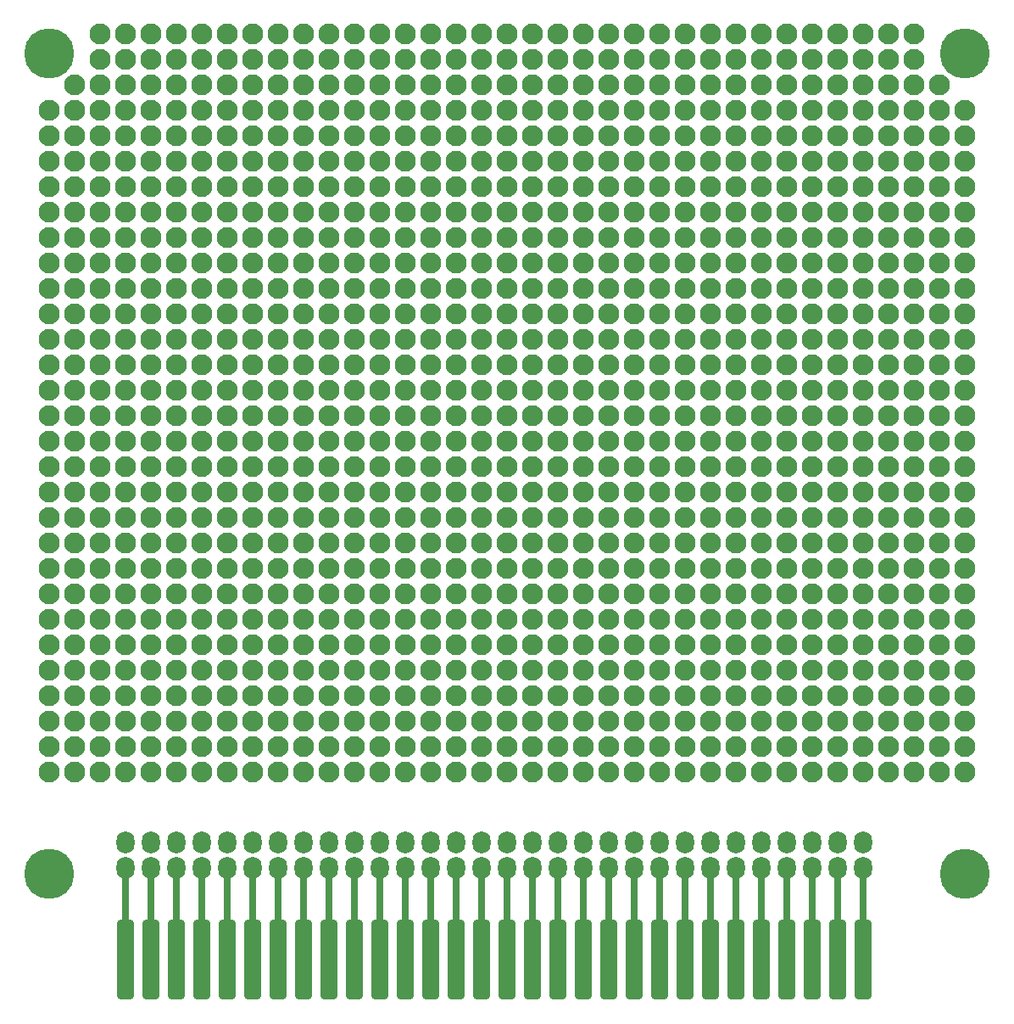
<source format=gtl>
G04 #@! TF.GenerationSoftware,KiCad,Pcbnew,6.0.11-2627ca5db0~126~ubuntu20.04.1*
G04 #@! TF.CreationDate,2023-08-10T13:47:57+05:00*
G04 #@! TF.ProjectId,zx_01,7a785f30-312e-46b6-9963-61645f706362,rev?*
G04 #@! TF.SameCoordinates,Original*
G04 #@! TF.FileFunction,Copper,L1,Top*
G04 #@! TF.FilePolarity,Positive*
%FSLAX46Y46*%
G04 Gerber Fmt 4.6, Leading zero omitted, Abs format (unit mm)*
G04 Created by KiCad (PCBNEW 6.0.11-2627ca5db0~126~ubuntu20.04.1) date 2023-08-10 13:47:57*
%MOMM*%
%LPD*%
G01*
G04 APERTURE LIST*
G04 Aperture macros list*
%AMRoundRect*
0 Rectangle with rounded corners*
0 $1 Rounding radius*
0 $2 $3 $4 $5 $6 $7 $8 $9 X,Y pos of 4 corners*
0 Add a 4 corners polygon primitive as box body*
4,1,4,$2,$3,$4,$5,$6,$7,$8,$9,$2,$3,0*
0 Add four circle primitives for the rounded corners*
1,1,$1+$1,$2,$3*
1,1,$1+$1,$4,$5*
1,1,$1+$1,$6,$7*
1,1,$1+$1,$8,$9*
0 Add four rect primitives between the rounded corners*
20,1,$1+$1,$2,$3,$4,$5,0*
20,1,$1+$1,$4,$5,$6,$7,0*
20,1,$1+$1,$6,$7,$8,$9,0*
20,1,$1+$1,$8,$9,$2,$3,0*%
G04 Aperture macros list end*
G04 #@! TA.AperFunction,ComponentPad*
%ADD10C,2.100000*%
G04 #@! TD*
G04 #@! TA.AperFunction,ComponentPad*
%ADD11C,5.000000*%
G04 #@! TD*
G04 #@! TA.AperFunction,ComponentPad*
%ADD12O,1.800000X2.250000*%
G04 #@! TD*
G04 #@! TA.AperFunction,SMDPad,CuDef*
%ADD13RoundRect,0.425000X0.425000X-3.575000X0.425000X3.575000X-0.425000X3.575000X-0.425000X-3.575000X0*%
G04 #@! TD*
G04 #@! TA.AperFunction,Conductor*
%ADD14C,0.700000*%
G04 #@! TD*
G04 APERTURE END LIST*
D10*
X46355000Y-67945000D03*
X48895000Y-67945000D03*
X51435000Y-67945000D03*
X53975000Y-67945000D03*
X56515000Y-67945000D03*
X59055000Y-67945000D03*
X61595000Y-67945000D03*
X64135000Y-67945000D03*
X66675000Y-67945000D03*
X69215000Y-67945000D03*
X71755000Y-67945000D03*
X74295000Y-67945000D03*
X76835000Y-67945000D03*
X79375000Y-67945000D03*
X81915000Y-67945000D03*
X84455000Y-67945000D03*
X86995000Y-67945000D03*
X89535000Y-67945000D03*
X92075000Y-67945000D03*
X94615000Y-67945000D03*
X97155000Y-67945000D03*
X99695000Y-67945000D03*
X102235000Y-67945000D03*
X104775000Y-67945000D03*
X107315000Y-67945000D03*
X109855000Y-67945000D03*
X112395000Y-67945000D03*
X114935000Y-67945000D03*
X117475000Y-67945000D03*
X120015000Y-67945000D03*
X122555000Y-67945000D03*
X125095000Y-67945000D03*
X127635000Y-67945000D03*
X130175000Y-67945000D03*
X132715000Y-67945000D03*
X135255000Y-67945000D03*
X137795000Y-67945000D03*
X46355000Y-103505000D03*
X48895000Y-103505000D03*
X51435000Y-103505000D03*
X53975000Y-103505000D03*
X56515000Y-103505000D03*
X59055000Y-103505000D03*
X61595000Y-103505000D03*
X64135000Y-103505000D03*
X66675000Y-103505000D03*
X69215000Y-103505000D03*
X71755000Y-103505000D03*
X74295000Y-103505000D03*
X76835000Y-103505000D03*
X79375000Y-103505000D03*
X81915000Y-103505000D03*
X84455000Y-103505000D03*
X86995000Y-103505000D03*
X89535000Y-103505000D03*
X92075000Y-103505000D03*
X94615000Y-103505000D03*
X97155000Y-103505000D03*
X99695000Y-103505000D03*
X102235000Y-103505000D03*
X104775000Y-103505000D03*
X107315000Y-103505000D03*
X109855000Y-103505000D03*
X112395000Y-103505000D03*
X114935000Y-103505000D03*
X117475000Y-103505000D03*
X120015000Y-103505000D03*
X122555000Y-103505000D03*
X125095000Y-103505000D03*
X127635000Y-103505000D03*
X130175000Y-103505000D03*
X132715000Y-103505000D03*
X135255000Y-103505000D03*
X137795000Y-103505000D03*
X51435000Y-55245000D03*
X53975000Y-55245000D03*
X56515000Y-55245000D03*
X59055000Y-55245000D03*
X61595000Y-55245000D03*
X64135000Y-55245000D03*
X66675000Y-55245000D03*
X69215000Y-55245000D03*
X71755000Y-55245000D03*
X74295000Y-55245000D03*
X76835000Y-55245000D03*
X79375000Y-55245000D03*
X81915000Y-55245000D03*
X84455000Y-55245000D03*
X86995000Y-55245000D03*
X89535000Y-55245000D03*
X92075000Y-55245000D03*
X94615000Y-55245000D03*
X97155000Y-55245000D03*
X99695000Y-55245000D03*
X102235000Y-55245000D03*
X104775000Y-55245000D03*
X107315000Y-55245000D03*
X109855000Y-55245000D03*
X112395000Y-55245000D03*
X114935000Y-55245000D03*
X117475000Y-55245000D03*
X120015000Y-55245000D03*
X122555000Y-55245000D03*
X125095000Y-55245000D03*
X127635000Y-55245000D03*
X130175000Y-55245000D03*
X132715000Y-55245000D03*
X46355000Y-78105000D03*
X48895000Y-78105000D03*
X51435000Y-78105000D03*
X53975000Y-78105000D03*
X56515000Y-78105000D03*
X59055000Y-78105000D03*
X61595000Y-78105000D03*
X64135000Y-78105000D03*
X66675000Y-78105000D03*
X69215000Y-78105000D03*
X71755000Y-78105000D03*
X74295000Y-78105000D03*
X76835000Y-78105000D03*
X79375000Y-78105000D03*
X81915000Y-78105000D03*
X84455000Y-78105000D03*
X86995000Y-78105000D03*
X89535000Y-78105000D03*
X92075000Y-78105000D03*
X94615000Y-78105000D03*
X97155000Y-78105000D03*
X99695000Y-78105000D03*
X102235000Y-78105000D03*
X104775000Y-78105000D03*
X107315000Y-78105000D03*
X109855000Y-78105000D03*
X112395000Y-78105000D03*
X114935000Y-78105000D03*
X117475000Y-78105000D03*
X120015000Y-78105000D03*
X122555000Y-78105000D03*
X125095000Y-78105000D03*
X127635000Y-78105000D03*
X130175000Y-78105000D03*
X132715000Y-78105000D03*
X135255000Y-78105000D03*
X137795000Y-78105000D03*
X46355000Y-100965000D03*
X48895000Y-100965000D03*
X51435000Y-100965000D03*
X53975000Y-100965000D03*
X56515000Y-100965000D03*
X59055000Y-100965000D03*
X61595000Y-100965000D03*
X64135000Y-100965000D03*
X66675000Y-100965000D03*
X69215000Y-100965000D03*
X71755000Y-100965000D03*
X74295000Y-100965000D03*
X76835000Y-100965000D03*
X79375000Y-100965000D03*
X81915000Y-100965000D03*
X84455000Y-100965000D03*
X86995000Y-100965000D03*
X89535000Y-100965000D03*
X92075000Y-100965000D03*
X94615000Y-100965000D03*
X97155000Y-100965000D03*
X99695000Y-100965000D03*
X102235000Y-100965000D03*
X104775000Y-100965000D03*
X107315000Y-100965000D03*
X109855000Y-100965000D03*
X112395000Y-100965000D03*
X114935000Y-100965000D03*
X117475000Y-100965000D03*
X120015000Y-100965000D03*
X122555000Y-100965000D03*
X125095000Y-100965000D03*
X127635000Y-100965000D03*
X130175000Y-100965000D03*
X132715000Y-100965000D03*
X135255000Y-100965000D03*
X137795000Y-100965000D03*
X46355000Y-116205000D03*
X48895000Y-116205000D03*
X51435000Y-116205000D03*
X53975000Y-116205000D03*
X56515000Y-116205000D03*
X59055000Y-116205000D03*
X61595000Y-116205000D03*
X64135000Y-116205000D03*
X66675000Y-116205000D03*
X69215000Y-116205000D03*
X71755000Y-116205000D03*
X74295000Y-116205000D03*
X76835000Y-116205000D03*
X79375000Y-116205000D03*
X81915000Y-116205000D03*
X84455000Y-116205000D03*
X86995000Y-116205000D03*
X89535000Y-116205000D03*
X92075000Y-116205000D03*
X94615000Y-116205000D03*
X97155000Y-116205000D03*
X99695000Y-116205000D03*
X102235000Y-116205000D03*
X104775000Y-116205000D03*
X107315000Y-116205000D03*
X109855000Y-116205000D03*
X112395000Y-116205000D03*
X114935000Y-116205000D03*
X117475000Y-116205000D03*
X120015000Y-116205000D03*
X122555000Y-116205000D03*
X125095000Y-116205000D03*
X127635000Y-116205000D03*
X130175000Y-116205000D03*
X132715000Y-116205000D03*
X135255000Y-116205000D03*
X137795000Y-116205000D03*
X46355000Y-93345000D03*
X48895000Y-93345000D03*
X51435000Y-93345000D03*
X53975000Y-93345000D03*
X56515000Y-93345000D03*
X59055000Y-93345000D03*
X61595000Y-93345000D03*
X64135000Y-93345000D03*
X66675000Y-93345000D03*
X69215000Y-93345000D03*
X71755000Y-93345000D03*
X74295000Y-93345000D03*
X76835000Y-93345000D03*
X79375000Y-93345000D03*
X81915000Y-93345000D03*
X84455000Y-93345000D03*
X86995000Y-93345000D03*
X89535000Y-93345000D03*
X92075000Y-93345000D03*
X94615000Y-93345000D03*
X97155000Y-93345000D03*
X99695000Y-93345000D03*
X102235000Y-93345000D03*
X104775000Y-93345000D03*
X107315000Y-93345000D03*
X109855000Y-93345000D03*
X112395000Y-93345000D03*
X114935000Y-93345000D03*
X117475000Y-93345000D03*
X120015000Y-93345000D03*
X122555000Y-93345000D03*
X125095000Y-93345000D03*
X127635000Y-93345000D03*
X130175000Y-93345000D03*
X132715000Y-93345000D03*
X135255000Y-93345000D03*
X137795000Y-93345000D03*
X46355000Y-121285000D03*
X48895000Y-121285000D03*
X51435000Y-121285000D03*
X53975000Y-121285000D03*
X56515000Y-121285000D03*
X59055000Y-121285000D03*
X61595000Y-121285000D03*
X64135000Y-121285000D03*
X66675000Y-121285000D03*
X69215000Y-121285000D03*
X71755000Y-121285000D03*
X74295000Y-121285000D03*
X76835000Y-121285000D03*
X79375000Y-121285000D03*
X81915000Y-121285000D03*
X84455000Y-121285000D03*
X86995000Y-121285000D03*
X89535000Y-121285000D03*
X92075000Y-121285000D03*
X94615000Y-121285000D03*
X97155000Y-121285000D03*
X99695000Y-121285000D03*
X102235000Y-121285000D03*
X104775000Y-121285000D03*
X107315000Y-121285000D03*
X109855000Y-121285000D03*
X112395000Y-121285000D03*
X114935000Y-121285000D03*
X117475000Y-121285000D03*
X120015000Y-121285000D03*
X122555000Y-121285000D03*
X125095000Y-121285000D03*
X127635000Y-121285000D03*
X130175000Y-121285000D03*
X132715000Y-121285000D03*
X135255000Y-121285000D03*
X137795000Y-121285000D03*
X46355000Y-106045000D03*
X48895000Y-106045000D03*
X51435000Y-106045000D03*
X53975000Y-106045000D03*
X56515000Y-106045000D03*
X59055000Y-106045000D03*
X61595000Y-106045000D03*
X64135000Y-106045000D03*
X66675000Y-106045000D03*
X69215000Y-106045000D03*
X71755000Y-106045000D03*
X74295000Y-106045000D03*
X76835000Y-106045000D03*
X79375000Y-106045000D03*
X81915000Y-106045000D03*
X84455000Y-106045000D03*
X86995000Y-106045000D03*
X89535000Y-106045000D03*
X92075000Y-106045000D03*
X94615000Y-106045000D03*
X97155000Y-106045000D03*
X99695000Y-106045000D03*
X102235000Y-106045000D03*
X104775000Y-106045000D03*
X107315000Y-106045000D03*
X109855000Y-106045000D03*
X112395000Y-106045000D03*
X114935000Y-106045000D03*
X117475000Y-106045000D03*
X120015000Y-106045000D03*
X122555000Y-106045000D03*
X125095000Y-106045000D03*
X127635000Y-106045000D03*
X130175000Y-106045000D03*
X132715000Y-106045000D03*
X135255000Y-106045000D03*
X137795000Y-106045000D03*
X46355000Y-113665000D03*
X48895000Y-113665000D03*
X51435000Y-113665000D03*
X53975000Y-113665000D03*
X56515000Y-113665000D03*
X59055000Y-113665000D03*
X61595000Y-113665000D03*
X64135000Y-113665000D03*
X66675000Y-113665000D03*
X69215000Y-113665000D03*
X71755000Y-113665000D03*
X74295000Y-113665000D03*
X76835000Y-113665000D03*
X79375000Y-113665000D03*
X81915000Y-113665000D03*
X84455000Y-113665000D03*
X86995000Y-113665000D03*
X89535000Y-113665000D03*
X92075000Y-113665000D03*
X94615000Y-113665000D03*
X97155000Y-113665000D03*
X99695000Y-113665000D03*
X102235000Y-113665000D03*
X104775000Y-113665000D03*
X107315000Y-113665000D03*
X109855000Y-113665000D03*
X112395000Y-113665000D03*
X114935000Y-113665000D03*
X117475000Y-113665000D03*
X120015000Y-113665000D03*
X122555000Y-113665000D03*
X125095000Y-113665000D03*
X127635000Y-113665000D03*
X130175000Y-113665000D03*
X132715000Y-113665000D03*
X135255000Y-113665000D03*
X137795000Y-113665000D03*
X46355000Y-123825000D03*
X48895000Y-123825000D03*
X51435000Y-123825000D03*
X53975000Y-123825000D03*
X56515000Y-123825000D03*
X59055000Y-123825000D03*
X61595000Y-123825000D03*
X64135000Y-123825000D03*
X66675000Y-123825000D03*
X69215000Y-123825000D03*
X71755000Y-123825000D03*
X74295000Y-123825000D03*
X76835000Y-123825000D03*
X79375000Y-123825000D03*
X81915000Y-123825000D03*
X84455000Y-123825000D03*
X86995000Y-123825000D03*
X89535000Y-123825000D03*
X92075000Y-123825000D03*
X94615000Y-123825000D03*
X97155000Y-123825000D03*
X99695000Y-123825000D03*
X102235000Y-123825000D03*
X104775000Y-123825000D03*
X107315000Y-123825000D03*
X109855000Y-123825000D03*
X112395000Y-123825000D03*
X114935000Y-123825000D03*
X117475000Y-123825000D03*
X120015000Y-123825000D03*
X122555000Y-123825000D03*
X125095000Y-123825000D03*
X127635000Y-123825000D03*
X130175000Y-123825000D03*
X132715000Y-123825000D03*
X135255000Y-123825000D03*
X137795000Y-123825000D03*
D11*
X46355000Y-54610000D03*
D10*
X46355000Y-111125000D03*
X48895000Y-111125000D03*
X51435000Y-111125000D03*
X53975000Y-111125000D03*
X56515000Y-111125000D03*
X59055000Y-111125000D03*
X61595000Y-111125000D03*
X64135000Y-111125000D03*
X66675000Y-111125000D03*
X69215000Y-111125000D03*
X71755000Y-111125000D03*
X74295000Y-111125000D03*
X76835000Y-111125000D03*
X79375000Y-111125000D03*
X81915000Y-111125000D03*
X84455000Y-111125000D03*
X86995000Y-111125000D03*
X89535000Y-111125000D03*
X92075000Y-111125000D03*
X94615000Y-111125000D03*
X97155000Y-111125000D03*
X99695000Y-111125000D03*
X102235000Y-111125000D03*
X104775000Y-111125000D03*
X107315000Y-111125000D03*
X109855000Y-111125000D03*
X112395000Y-111125000D03*
X114935000Y-111125000D03*
X117475000Y-111125000D03*
X120015000Y-111125000D03*
X122555000Y-111125000D03*
X125095000Y-111125000D03*
X127635000Y-111125000D03*
X130175000Y-111125000D03*
X132715000Y-111125000D03*
X135255000Y-111125000D03*
X137795000Y-111125000D03*
X46355000Y-88265000D03*
X48895000Y-88265000D03*
X51435000Y-88265000D03*
X53975000Y-88265000D03*
X56515000Y-88265000D03*
X59055000Y-88265000D03*
X61595000Y-88265000D03*
X64135000Y-88265000D03*
X66675000Y-88265000D03*
X69215000Y-88265000D03*
X71755000Y-88265000D03*
X74295000Y-88265000D03*
X76835000Y-88265000D03*
X79375000Y-88265000D03*
X81915000Y-88265000D03*
X84455000Y-88265000D03*
X86995000Y-88265000D03*
X89535000Y-88265000D03*
X92075000Y-88265000D03*
X94615000Y-88265000D03*
X97155000Y-88265000D03*
X99695000Y-88265000D03*
X102235000Y-88265000D03*
X104775000Y-88265000D03*
X107315000Y-88265000D03*
X109855000Y-88265000D03*
X112395000Y-88265000D03*
X114935000Y-88265000D03*
X117475000Y-88265000D03*
X120015000Y-88265000D03*
X122555000Y-88265000D03*
X125095000Y-88265000D03*
X127635000Y-88265000D03*
X130175000Y-88265000D03*
X132715000Y-88265000D03*
X135255000Y-88265000D03*
X137795000Y-88265000D03*
X48895000Y-57785000D03*
X51435000Y-57785000D03*
X53975000Y-57785000D03*
X56515000Y-57785000D03*
X59055000Y-57785000D03*
X61595000Y-57785000D03*
X64135000Y-57785000D03*
X66675000Y-57785000D03*
X69215000Y-57785000D03*
X71755000Y-57785000D03*
X74295000Y-57785000D03*
X76835000Y-57785000D03*
X79375000Y-57785000D03*
X81915000Y-57785000D03*
X84455000Y-57785000D03*
X86995000Y-57785000D03*
X89535000Y-57785000D03*
X92075000Y-57785000D03*
X94615000Y-57785000D03*
X97155000Y-57785000D03*
X99695000Y-57785000D03*
X102235000Y-57785000D03*
X104775000Y-57785000D03*
X107315000Y-57785000D03*
X109855000Y-57785000D03*
X112395000Y-57785000D03*
X114935000Y-57785000D03*
X117475000Y-57785000D03*
X120015000Y-57785000D03*
X122555000Y-57785000D03*
X125095000Y-57785000D03*
X127635000Y-57785000D03*
X130175000Y-57785000D03*
X132715000Y-57785000D03*
X135255000Y-57785000D03*
D12*
X53975000Y-133350000D03*
X53975000Y-135890000D03*
X56515000Y-133350000D03*
X56515000Y-135890000D03*
X59055000Y-133350000D03*
X59055000Y-135890000D03*
X61595000Y-133350000D03*
X61595000Y-135890000D03*
X64135000Y-133350000D03*
X64135000Y-135890000D03*
X66675000Y-133350000D03*
X66675000Y-135890000D03*
X69215000Y-133350000D03*
X69215000Y-135890000D03*
X71755000Y-133350000D03*
X71755000Y-135890000D03*
X74295000Y-133350000D03*
X74295000Y-135890000D03*
X76835000Y-133350000D03*
X76835000Y-135890000D03*
X79375000Y-133350000D03*
X79375000Y-135890000D03*
X81915000Y-133350000D03*
X81915000Y-135890000D03*
X84455000Y-133350000D03*
X84455000Y-135890000D03*
X86995000Y-133350000D03*
X86995000Y-135890000D03*
X89535000Y-133350000D03*
X89535000Y-135890000D03*
X92075000Y-133350000D03*
X92075000Y-135890000D03*
X94615000Y-133350000D03*
X94615000Y-135890000D03*
X97155000Y-133350000D03*
X97155000Y-135890000D03*
X99695000Y-133350000D03*
X99695000Y-135890000D03*
X102235000Y-133350000D03*
X102235000Y-135890000D03*
X104775000Y-133350000D03*
X104775000Y-135890000D03*
X107315000Y-133350000D03*
X107315000Y-135890000D03*
X109855000Y-133350000D03*
X109855000Y-135890000D03*
X112395000Y-133350000D03*
X112395000Y-135890000D03*
X114935000Y-133350000D03*
X114935000Y-135890000D03*
X117475000Y-133350000D03*
X117475000Y-135890000D03*
X120015000Y-133350000D03*
X120015000Y-135890000D03*
X122555000Y-133350000D03*
X122555000Y-135890000D03*
X125095000Y-133350000D03*
X125095000Y-135890000D03*
X127635000Y-133350000D03*
X127635000Y-135890000D03*
D10*
X46355000Y-118745000D03*
X48895000Y-118745000D03*
X51435000Y-118745000D03*
X53975000Y-118745000D03*
X56515000Y-118745000D03*
X59055000Y-118745000D03*
X61595000Y-118745000D03*
X64135000Y-118745000D03*
X66675000Y-118745000D03*
X69215000Y-118745000D03*
X71755000Y-118745000D03*
X74295000Y-118745000D03*
X76835000Y-118745000D03*
X79375000Y-118745000D03*
X81915000Y-118745000D03*
X84455000Y-118745000D03*
X86995000Y-118745000D03*
X89535000Y-118745000D03*
X92075000Y-118745000D03*
X94615000Y-118745000D03*
X97155000Y-118745000D03*
X99695000Y-118745000D03*
X102235000Y-118745000D03*
X104775000Y-118745000D03*
X107315000Y-118745000D03*
X109855000Y-118745000D03*
X112395000Y-118745000D03*
X114935000Y-118745000D03*
X117475000Y-118745000D03*
X120015000Y-118745000D03*
X122555000Y-118745000D03*
X125095000Y-118745000D03*
X127635000Y-118745000D03*
X130175000Y-118745000D03*
X132715000Y-118745000D03*
X135255000Y-118745000D03*
X137795000Y-118745000D03*
X46355000Y-60325000D03*
X48895000Y-60325000D03*
X51435000Y-60325000D03*
X53975000Y-60325000D03*
X56515000Y-60325000D03*
X59055000Y-60325000D03*
X61595000Y-60325000D03*
X64135000Y-60325000D03*
X66675000Y-60325000D03*
X69215000Y-60325000D03*
X71755000Y-60325000D03*
X74295000Y-60325000D03*
X76835000Y-60325000D03*
X79375000Y-60325000D03*
X81915000Y-60325000D03*
X84455000Y-60325000D03*
X86995000Y-60325000D03*
X89535000Y-60325000D03*
X92075000Y-60325000D03*
X94615000Y-60325000D03*
X97155000Y-60325000D03*
X99695000Y-60325000D03*
X102235000Y-60325000D03*
X104775000Y-60325000D03*
X107315000Y-60325000D03*
X109855000Y-60325000D03*
X112395000Y-60325000D03*
X114935000Y-60325000D03*
X117475000Y-60325000D03*
X120015000Y-60325000D03*
X122555000Y-60325000D03*
X125095000Y-60325000D03*
X127635000Y-60325000D03*
X130175000Y-60325000D03*
X132715000Y-60325000D03*
X135255000Y-60325000D03*
X137795000Y-60325000D03*
X51435000Y-52705000D03*
X53975000Y-52705000D03*
X56515000Y-52705000D03*
X59055000Y-52705000D03*
X61595000Y-52705000D03*
X64135000Y-52705000D03*
X66675000Y-52705000D03*
X69215000Y-52705000D03*
X71755000Y-52705000D03*
X74295000Y-52705000D03*
X76835000Y-52705000D03*
X79375000Y-52705000D03*
X81915000Y-52705000D03*
X84455000Y-52705000D03*
X86995000Y-52705000D03*
X89535000Y-52705000D03*
X92075000Y-52705000D03*
X94615000Y-52705000D03*
X97155000Y-52705000D03*
X99695000Y-52705000D03*
X102235000Y-52705000D03*
X104775000Y-52705000D03*
X107315000Y-52705000D03*
X109855000Y-52705000D03*
X112395000Y-52705000D03*
X114935000Y-52705000D03*
X117475000Y-52705000D03*
X120015000Y-52705000D03*
X122555000Y-52705000D03*
X125095000Y-52705000D03*
X127635000Y-52705000D03*
X130175000Y-52705000D03*
X132715000Y-52705000D03*
D13*
X53975000Y-145034000D03*
X56515000Y-145034000D03*
X59055000Y-145034000D03*
X61595000Y-145034000D03*
X64135000Y-145034000D03*
X66675000Y-145034000D03*
X69215000Y-145034000D03*
X71755000Y-145034000D03*
X74295000Y-145034000D03*
X76835000Y-145034000D03*
X79375000Y-145034000D03*
X81915000Y-145034000D03*
X84455000Y-145034000D03*
X86995000Y-145034000D03*
X89535000Y-145034000D03*
X92075000Y-145034000D03*
X94615000Y-145034000D03*
X97155000Y-145034000D03*
X99695000Y-145034000D03*
X102235000Y-145034000D03*
X104775000Y-145034000D03*
X107315000Y-145034000D03*
X109855000Y-145034000D03*
X112395000Y-145034000D03*
X114935000Y-145034000D03*
X117475000Y-145034000D03*
X120015000Y-145034000D03*
X122555000Y-145034000D03*
X125095000Y-145034000D03*
X127635000Y-145034000D03*
D10*
X46355000Y-73025000D03*
X48895000Y-73025000D03*
X51435000Y-73025000D03*
X53975000Y-73025000D03*
X56515000Y-73025000D03*
X59055000Y-73025000D03*
X61595000Y-73025000D03*
X64135000Y-73025000D03*
X66675000Y-73025000D03*
X69215000Y-73025000D03*
X71755000Y-73025000D03*
X74295000Y-73025000D03*
X76835000Y-73025000D03*
X79375000Y-73025000D03*
X81915000Y-73025000D03*
X84455000Y-73025000D03*
X86995000Y-73025000D03*
X89535000Y-73025000D03*
X92075000Y-73025000D03*
X94615000Y-73025000D03*
X97155000Y-73025000D03*
X99695000Y-73025000D03*
X102235000Y-73025000D03*
X104775000Y-73025000D03*
X107315000Y-73025000D03*
X109855000Y-73025000D03*
X112395000Y-73025000D03*
X114935000Y-73025000D03*
X117475000Y-73025000D03*
X120015000Y-73025000D03*
X122555000Y-73025000D03*
X125095000Y-73025000D03*
X127635000Y-73025000D03*
X130175000Y-73025000D03*
X132715000Y-73025000D03*
X135255000Y-73025000D03*
X137795000Y-73025000D03*
X46355000Y-65405000D03*
X48895000Y-65405000D03*
X51435000Y-65405000D03*
X53975000Y-65405000D03*
X56515000Y-65405000D03*
X59055000Y-65405000D03*
X61595000Y-65405000D03*
X64135000Y-65405000D03*
X66675000Y-65405000D03*
X69215000Y-65405000D03*
X71755000Y-65405000D03*
X74295000Y-65405000D03*
X76835000Y-65405000D03*
X79375000Y-65405000D03*
X81915000Y-65405000D03*
X84455000Y-65405000D03*
X86995000Y-65405000D03*
X89535000Y-65405000D03*
X92075000Y-65405000D03*
X94615000Y-65405000D03*
X97155000Y-65405000D03*
X99695000Y-65405000D03*
X102235000Y-65405000D03*
X104775000Y-65405000D03*
X107315000Y-65405000D03*
X109855000Y-65405000D03*
X112395000Y-65405000D03*
X114935000Y-65405000D03*
X117475000Y-65405000D03*
X120015000Y-65405000D03*
X122555000Y-65405000D03*
X125095000Y-65405000D03*
X127635000Y-65405000D03*
X130175000Y-65405000D03*
X132715000Y-65405000D03*
X135255000Y-65405000D03*
X137795000Y-65405000D03*
X46355000Y-90805000D03*
X48895000Y-90805000D03*
X51435000Y-90805000D03*
X53975000Y-90805000D03*
X56515000Y-90805000D03*
X59055000Y-90805000D03*
X61595000Y-90805000D03*
X64135000Y-90805000D03*
X66675000Y-90805000D03*
X69215000Y-90805000D03*
X71755000Y-90805000D03*
X74295000Y-90805000D03*
X76835000Y-90805000D03*
X79375000Y-90805000D03*
X81915000Y-90805000D03*
X84455000Y-90805000D03*
X86995000Y-90805000D03*
X89535000Y-90805000D03*
X92075000Y-90805000D03*
X94615000Y-90805000D03*
X97155000Y-90805000D03*
X99695000Y-90805000D03*
X102235000Y-90805000D03*
X104775000Y-90805000D03*
X107315000Y-90805000D03*
X109855000Y-90805000D03*
X112395000Y-90805000D03*
X114935000Y-90805000D03*
X117475000Y-90805000D03*
X120015000Y-90805000D03*
X122555000Y-90805000D03*
X125095000Y-90805000D03*
X127635000Y-90805000D03*
X130175000Y-90805000D03*
X132715000Y-90805000D03*
X135255000Y-90805000D03*
X137795000Y-90805000D03*
D11*
X137795000Y-54610000D03*
D10*
X46355000Y-126365000D03*
X48895000Y-126365000D03*
X51435000Y-126365000D03*
X53975000Y-126365000D03*
X56515000Y-126365000D03*
X59055000Y-126365000D03*
X61595000Y-126365000D03*
X64135000Y-126365000D03*
X66675000Y-126365000D03*
X69215000Y-126365000D03*
X71755000Y-126365000D03*
X74295000Y-126365000D03*
X76835000Y-126365000D03*
X79375000Y-126365000D03*
X81915000Y-126365000D03*
X84455000Y-126365000D03*
X86995000Y-126365000D03*
X89535000Y-126365000D03*
X92075000Y-126365000D03*
X94615000Y-126365000D03*
X97155000Y-126365000D03*
X99695000Y-126365000D03*
X102235000Y-126365000D03*
X104775000Y-126365000D03*
X107315000Y-126365000D03*
X109855000Y-126365000D03*
X112395000Y-126365000D03*
X114935000Y-126365000D03*
X117475000Y-126365000D03*
X120015000Y-126365000D03*
X122555000Y-126365000D03*
X125095000Y-126365000D03*
X127635000Y-126365000D03*
X130175000Y-126365000D03*
X132715000Y-126365000D03*
X135255000Y-126365000D03*
X137795000Y-126365000D03*
D11*
X137795000Y-136525000D03*
D10*
X46355000Y-70485000D03*
X48895000Y-70485000D03*
X51435000Y-70485000D03*
X53975000Y-70485000D03*
X56515000Y-70485000D03*
X59055000Y-70485000D03*
X61595000Y-70485000D03*
X64135000Y-70485000D03*
X66675000Y-70485000D03*
X69215000Y-70485000D03*
X71755000Y-70485000D03*
X74295000Y-70485000D03*
X76835000Y-70485000D03*
X79375000Y-70485000D03*
X81915000Y-70485000D03*
X84455000Y-70485000D03*
X86995000Y-70485000D03*
X89535000Y-70485000D03*
X92075000Y-70485000D03*
X94615000Y-70485000D03*
X97155000Y-70485000D03*
X99695000Y-70485000D03*
X102235000Y-70485000D03*
X104775000Y-70485000D03*
X107315000Y-70485000D03*
X109855000Y-70485000D03*
X112395000Y-70485000D03*
X114935000Y-70485000D03*
X117475000Y-70485000D03*
X120015000Y-70485000D03*
X122555000Y-70485000D03*
X125095000Y-70485000D03*
X127635000Y-70485000D03*
X130175000Y-70485000D03*
X132715000Y-70485000D03*
X135255000Y-70485000D03*
X137795000Y-70485000D03*
X46355000Y-83185000D03*
X48895000Y-83185000D03*
X51435000Y-83185000D03*
X53975000Y-83185000D03*
X56515000Y-83185000D03*
X59055000Y-83185000D03*
X61595000Y-83185000D03*
X64135000Y-83185000D03*
X66675000Y-83185000D03*
X69215000Y-83185000D03*
X71755000Y-83185000D03*
X74295000Y-83185000D03*
X76835000Y-83185000D03*
X79375000Y-83185000D03*
X81915000Y-83185000D03*
X84455000Y-83185000D03*
X86995000Y-83185000D03*
X89535000Y-83185000D03*
X92075000Y-83185000D03*
X94615000Y-83185000D03*
X97155000Y-83185000D03*
X99695000Y-83185000D03*
X102235000Y-83185000D03*
X104775000Y-83185000D03*
X107315000Y-83185000D03*
X109855000Y-83185000D03*
X112395000Y-83185000D03*
X114935000Y-83185000D03*
X117475000Y-83185000D03*
X120015000Y-83185000D03*
X122555000Y-83185000D03*
X125095000Y-83185000D03*
X127635000Y-83185000D03*
X130175000Y-83185000D03*
X132715000Y-83185000D03*
X135255000Y-83185000D03*
X137795000Y-83185000D03*
X46355000Y-108585000D03*
X48895000Y-108585000D03*
X51435000Y-108585000D03*
X53975000Y-108585000D03*
X56515000Y-108585000D03*
X59055000Y-108585000D03*
X61595000Y-108585000D03*
X64135000Y-108585000D03*
X66675000Y-108585000D03*
X69215000Y-108585000D03*
X71755000Y-108585000D03*
X74295000Y-108585000D03*
X76835000Y-108585000D03*
X79375000Y-108585000D03*
X81915000Y-108585000D03*
X84455000Y-108585000D03*
X86995000Y-108585000D03*
X89535000Y-108585000D03*
X92075000Y-108585000D03*
X94615000Y-108585000D03*
X97155000Y-108585000D03*
X99695000Y-108585000D03*
X102235000Y-108585000D03*
X104775000Y-108585000D03*
X107315000Y-108585000D03*
X109855000Y-108585000D03*
X112395000Y-108585000D03*
X114935000Y-108585000D03*
X117475000Y-108585000D03*
X120015000Y-108585000D03*
X122555000Y-108585000D03*
X125095000Y-108585000D03*
X127635000Y-108585000D03*
X130175000Y-108585000D03*
X132715000Y-108585000D03*
X135255000Y-108585000D03*
X137795000Y-108585000D03*
X46355000Y-98425000D03*
X48895000Y-98425000D03*
X51435000Y-98425000D03*
X53975000Y-98425000D03*
X56515000Y-98425000D03*
X59055000Y-98425000D03*
X61595000Y-98425000D03*
X64135000Y-98425000D03*
X66675000Y-98425000D03*
X69215000Y-98425000D03*
X71755000Y-98425000D03*
X74295000Y-98425000D03*
X76835000Y-98425000D03*
X79375000Y-98425000D03*
X81915000Y-98425000D03*
X84455000Y-98425000D03*
X86995000Y-98425000D03*
X89535000Y-98425000D03*
X92075000Y-98425000D03*
X94615000Y-98425000D03*
X97155000Y-98425000D03*
X99695000Y-98425000D03*
X102235000Y-98425000D03*
X104775000Y-98425000D03*
X107315000Y-98425000D03*
X109855000Y-98425000D03*
X112395000Y-98425000D03*
X114935000Y-98425000D03*
X117475000Y-98425000D03*
X120015000Y-98425000D03*
X122555000Y-98425000D03*
X125095000Y-98425000D03*
X127635000Y-98425000D03*
X130175000Y-98425000D03*
X132715000Y-98425000D03*
X135255000Y-98425000D03*
X137795000Y-98425000D03*
X46355000Y-75565000D03*
X48895000Y-75565000D03*
X51435000Y-75565000D03*
X53975000Y-75565000D03*
X56515000Y-75565000D03*
X59055000Y-75565000D03*
X61595000Y-75565000D03*
X64135000Y-75565000D03*
X66675000Y-75565000D03*
X69215000Y-75565000D03*
X71755000Y-75565000D03*
X74295000Y-75565000D03*
X76835000Y-75565000D03*
X79375000Y-75565000D03*
X81915000Y-75565000D03*
X84455000Y-75565000D03*
X86995000Y-75565000D03*
X89535000Y-75565000D03*
X92075000Y-75565000D03*
X94615000Y-75565000D03*
X97155000Y-75565000D03*
X99695000Y-75565000D03*
X102235000Y-75565000D03*
X104775000Y-75565000D03*
X107315000Y-75565000D03*
X109855000Y-75565000D03*
X112395000Y-75565000D03*
X114935000Y-75565000D03*
X117475000Y-75565000D03*
X120015000Y-75565000D03*
X122555000Y-75565000D03*
X125095000Y-75565000D03*
X127635000Y-75565000D03*
X130175000Y-75565000D03*
X132715000Y-75565000D03*
X135255000Y-75565000D03*
X137795000Y-75565000D03*
X46355000Y-85725000D03*
X48895000Y-85725000D03*
X51435000Y-85725000D03*
X53975000Y-85725000D03*
X56515000Y-85725000D03*
X59055000Y-85725000D03*
X61595000Y-85725000D03*
X64135000Y-85725000D03*
X66675000Y-85725000D03*
X69215000Y-85725000D03*
X71755000Y-85725000D03*
X74295000Y-85725000D03*
X76835000Y-85725000D03*
X79375000Y-85725000D03*
X81915000Y-85725000D03*
X84455000Y-85725000D03*
X86995000Y-85725000D03*
X89535000Y-85725000D03*
X92075000Y-85725000D03*
X94615000Y-85725000D03*
X97155000Y-85725000D03*
X99695000Y-85725000D03*
X102235000Y-85725000D03*
X104775000Y-85725000D03*
X107315000Y-85725000D03*
X109855000Y-85725000D03*
X112395000Y-85725000D03*
X114935000Y-85725000D03*
X117475000Y-85725000D03*
X120015000Y-85725000D03*
X122555000Y-85725000D03*
X125095000Y-85725000D03*
X127635000Y-85725000D03*
X130175000Y-85725000D03*
X132715000Y-85725000D03*
X135255000Y-85725000D03*
X137795000Y-85725000D03*
X46355000Y-95885000D03*
X48895000Y-95885000D03*
X51435000Y-95885000D03*
X53975000Y-95885000D03*
X56515000Y-95885000D03*
X59055000Y-95885000D03*
X61595000Y-95885000D03*
X64135000Y-95885000D03*
X66675000Y-95885000D03*
X69215000Y-95885000D03*
X71755000Y-95885000D03*
X74295000Y-95885000D03*
X76835000Y-95885000D03*
X79375000Y-95885000D03*
X81915000Y-95885000D03*
X84455000Y-95885000D03*
X86995000Y-95885000D03*
X89535000Y-95885000D03*
X92075000Y-95885000D03*
X94615000Y-95885000D03*
X97155000Y-95885000D03*
X99695000Y-95885000D03*
X102235000Y-95885000D03*
X104775000Y-95885000D03*
X107315000Y-95885000D03*
X109855000Y-95885000D03*
X112395000Y-95885000D03*
X114935000Y-95885000D03*
X117475000Y-95885000D03*
X120015000Y-95885000D03*
X122555000Y-95885000D03*
X125095000Y-95885000D03*
X127635000Y-95885000D03*
X130175000Y-95885000D03*
X132715000Y-95885000D03*
X135255000Y-95885000D03*
X137795000Y-95885000D03*
D11*
X46355000Y-136525000D03*
D10*
X46355000Y-62865000D03*
X48895000Y-62865000D03*
X51435000Y-62865000D03*
X53975000Y-62865000D03*
X56515000Y-62865000D03*
X59055000Y-62865000D03*
X61595000Y-62865000D03*
X64135000Y-62865000D03*
X66675000Y-62865000D03*
X69215000Y-62865000D03*
X71755000Y-62865000D03*
X74295000Y-62865000D03*
X76835000Y-62865000D03*
X79375000Y-62865000D03*
X81915000Y-62865000D03*
X84455000Y-62865000D03*
X86995000Y-62865000D03*
X89535000Y-62865000D03*
X92075000Y-62865000D03*
X94615000Y-62865000D03*
X97155000Y-62865000D03*
X99695000Y-62865000D03*
X102235000Y-62865000D03*
X104775000Y-62865000D03*
X107315000Y-62865000D03*
X109855000Y-62865000D03*
X112395000Y-62865000D03*
X114935000Y-62865000D03*
X117475000Y-62865000D03*
X120015000Y-62865000D03*
X122555000Y-62865000D03*
X125095000Y-62865000D03*
X127635000Y-62865000D03*
X130175000Y-62865000D03*
X132715000Y-62865000D03*
X135255000Y-62865000D03*
X137795000Y-62865000D03*
X46355000Y-80645000D03*
X48895000Y-80645000D03*
X51435000Y-80645000D03*
X53975000Y-80645000D03*
X56515000Y-80645000D03*
X59055000Y-80645000D03*
X61595000Y-80645000D03*
X64135000Y-80645000D03*
X66675000Y-80645000D03*
X69215000Y-80645000D03*
X71755000Y-80645000D03*
X74295000Y-80645000D03*
X76835000Y-80645000D03*
X79375000Y-80645000D03*
X81915000Y-80645000D03*
X84455000Y-80645000D03*
X86995000Y-80645000D03*
X89535000Y-80645000D03*
X92075000Y-80645000D03*
X94615000Y-80645000D03*
X97155000Y-80645000D03*
X99695000Y-80645000D03*
X102235000Y-80645000D03*
X104775000Y-80645000D03*
X107315000Y-80645000D03*
X109855000Y-80645000D03*
X112395000Y-80645000D03*
X114935000Y-80645000D03*
X117475000Y-80645000D03*
X120015000Y-80645000D03*
X122555000Y-80645000D03*
X125095000Y-80645000D03*
X127635000Y-80645000D03*
X130175000Y-80645000D03*
X132715000Y-80645000D03*
X135255000Y-80645000D03*
X137795000Y-80645000D03*
D14*
X127635000Y-135636000D02*
X127635000Y-144780000D01*
X53975000Y-135890000D02*
X53975000Y-145034000D01*
X56515000Y-135890000D02*
X56515000Y-145034000D01*
X59055000Y-135890000D02*
X59055000Y-145034000D01*
X61595000Y-135890000D02*
X61595000Y-145034000D01*
X64135000Y-135890000D02*
X64135000Y-145034000D01*
X66675000Y-135890000D02*
X66675000Y-145034000D01*
X69215000Y-135890000D02*
X69215000Y-145034000D01*
X71755000Y-135636000D02*
X71755000Y-144780000D01*
X74295000Y-135636000D02*
X74295000Y-144780000D01*
X76835000Y-135636000D02*
X76835000Y-144780000D01*
X79375000Y-135636000D02*
X79375000Y-144780000D01*
X81915000Y-135636000D02*
X81915000Y-144780000D01*
X84455000Y-135636000D02*
X84455000Y-144780000D01*
X86995000Y-135636000D02*
X86995000Y-144780000D01*
X89535000Y-135636000D02*
X89535000Y-144780000D01*
X92075000Y-135636000D02*
X92075000Y-144780000D01*
X94615000Y-135636000D02*
X94615000Y-144780000D01*
X97155000Y-135636000D02*
X97155000Y-144780000D01*
X99695000Y-135636000D02*
X99695000Y-144780000D01*
X102235000Y-135636000D02*
X102235000Y-144780000D01*
X104775000Y-135636000D02*
X104775000Y-144780000D01*
X107315000Y-135636000D02*
X107315000Y-144780000D01*
X109855000Y-135636000D02*
X109855000Y-144780000D01*
X112395000Y-135636000D02*
X112395000Y-144780000D01*
X114935000Y-135636000D02*
X114935000Y-144780000D01*
X117475000Y-135636000D02*
X117475000Y-144780000D01*
X120015000Y-135636000D02*
X120015000Y-144780000D01*
X122555000Y-135636000D02*
X122555000Y-144780000D01*
X125095000Y-135636000D02*
X125095000Y-144780000D01*
M02*

</source>
